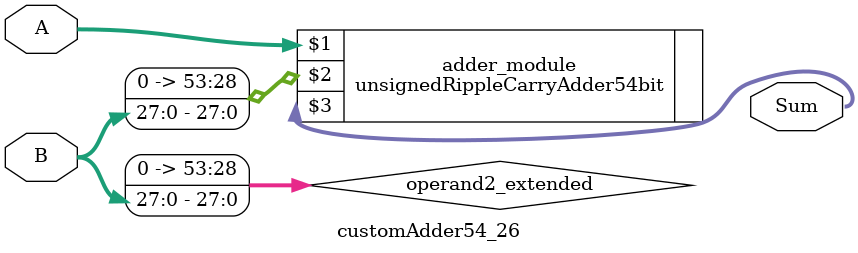
<source format=v>
module customAdder54_26(
                        input [53 : 0] A,
                        input [27 : 0] B,
                        
                        output [54 : 0] Sum
                );

        wire [53 : 0] operand2_extended;
        
        assign operand2_extended =  {26'b0, B};
        
        unsignedRippleCarryAdder54bit adder_module(
            A,
            operand2_extended,
            Sum
        );
        
        endmodule
        
</source>
